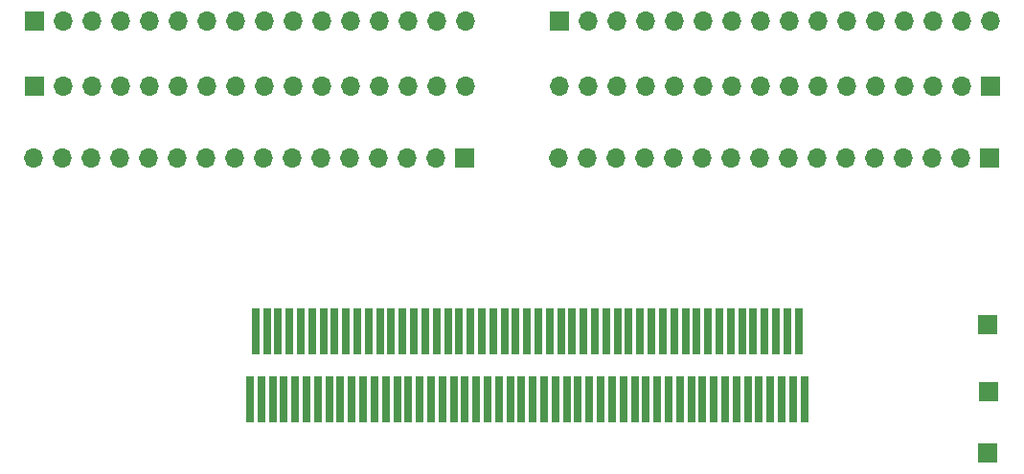
<source format=gts>
G04 #@! TF.FileFunction,Soldermask,Top*
%FSLAX46Y46*%
G04 Gerber Fmt 4.6, Leading zero omitted, Abs format (unit mm)*
G04 Created by KiCad (PCBNEW 4.0.6) date Saturday, April 28, 2018 'AMt' 01:11:43 AM*
%MOMM*%
%LPD*%
G01*
G04 APERTURE LIST*
%ADD10C,0.100000*%
%ADD11R,0.750000X4.040000*%
%ADD12R,1.700000X1.700000*%
%ADD13O,1.700000X1.700000*%
G04 APERTURE END LIST*
D10*
D11*
X122488000Y-83000000D03*
X123488000Y-83000000D03*
X124488000Y-83000000D03*
X125488000Y-83000000D03*
X126488000Y-83000000D03*
X127488000Y-83000000D03*
X128488000Y-83000000D03*
X129488000Y-83000000D03*
X130488000Y-83000000D03*
X131488000Y-83000000D03*
X132488000Y-83000000D03*
X133488000Y-83000000D03*
X134488000Y-83000000D03*
X135488000Y-83000000D03*
X136488000Y-83000000D03*
X137488000Y-83000000D03*
X138488000Y-83000000D03*
X139488000Y-83000000D03*
X140488000Y-83000000D03*
X141488000Y-83000000D03*
X142488000Y-83000000D03*
X143488000Y-83000000D03*
X144488000Y-83000000D03*
X145488000Y-83000000D03*
X146488000Y-83000000D03*
X147488000Y-83000000D03*
X148488000Y-83000000D03*
X149488000Y-83000000D03*
X150488000Y-83000000D03*
X151488000Y-83000000D03*
X152488000Y-83000000D03*
X153488000Y-83000000D03*
X154488000Y-83000000D03*
X155488000Y-83000000D03*
X156488000Y-83000000D03*
X157488000Y-83000000D03*
X158488000Y-83000000D03*
X159488000Y-83000000D03*
X160488000Y-83000000D03*
X161488000Y-83000000D03*
X162488000Y-83000000D03*
X163488000Y-83000000D03*
X164488000Y-83000000D03*
X165488000Y-83000000D03*
X166488000Y-83000000D03*
X167488000Y-83000000D03*
X168488000Y-83000000D03*
X169488000Y-83000000D03*
X170488000Y-83000000D03*
X122000000Y-89000000D03*
X123000000Y-89000000D03*
X124000000Y-89000000D03*
X125000000Y-89000000D03*
X126000000Y-89000000D03*
X127000000Y-89000000D03*
X128000000Y-89000000D03*
X129000000Y-89000000D03*
X130000000Y-89000000D03*
X131000000Y-89000000D03*
X132000000Y-89000000D03*
X133000000Y-89000000D03*
X134000000Y-89000000D03*
X135000000Y-89000000D03*
X136000000Y-89000000D03*
X137000000Y-89000000D03*
X138000000Y-89000000D03*
X139000000Y-89000000D03*
X140000000Y-89000000D03*
X141000000Y-89000000D03*
X142000000Y-89000000D03*
X143000000Y-89000000D03*
X144000000Y-89000000D03*
X145000000Y-89000000D03*
X146000000Y-89000000D03*
X147000000Y-89000000D03*
X148000000Y-89000000D03*
X149000000Y-89000000D03*
X150000000Y-89000000D03*
X151000000Y-89000000D03*
X152000000Y-89000000D03*
X153000000Y-89000000D03*
X154000000Y-89000000D03*
X155000000Y-89000000D03*
X156000000Y-89000000D03*
X157000000Y-89000000D03*
X158000000Y-89000000D03*
X159000000Y-89000000D03*
X160000000Y-89000000D03*
X161000000Y-89000000D03*
X162000000Y-89000000D03*
X163000000Y-89000000D03*
X164000000Y-89000000D03*
X165000000Y-89000000D03*
X166000000Y-89000000D03*
X167000000Y-89000000D03*
X168000000Y-89000000D03*
X169000000Y-89000000D03*
X170000000Y-89000000D03*
X171000000Y-89000000D03*
D12*
X102920000Y-55600000D03*
D13*
X105460000Y-55600000D03*
X108000000Y-55600000D03*
X110540000Y-55600000D03*
X113080000Y-55600000D03*
X115620000Y-55600000D03*
X118160000Y-55600000D03*
X120700000Y-55600000D03*
X123240000Y-55600000D03*
X125780000Y-55600000D03*
X128320000Y-55600000D03*
X130860000Y-55600000D03*
X133400000Y-55600000D03*
X135940000Y-55600000D03*
X138480000Y-55600000D03*
X141020000Y-55600000D03*
D12*
X149310000Y-55600000D03*
D13*
X151850000Y-55600000D03*
X154390000Y-55600000D03*
X156930000Y-55600000D03*
X159470000Y-55600000D03*
X162010000Y-55600000D03*
X164550000Y-55600000D03*
X167090000Y-55600000D03*
X169630000Y-55600000D03*
X172170000Y-55600000D03*
X174710000Y-55600000D03*
X177250000Y-55600000D03*
X179790000Y-55600000D03*
X182330000Y-55600000D03*
X184870000Y-55600000D03*
X187410000Y-55600000D03*
D12*
X187410000Y-61310000D03*
D13*
X184870000Y-61310000D03*
X182330000Y-61310000D03*
X179790000Y-61310000D03*
X177250000Y-61310000D03*
X174710000Y-61310000D03*
X172170000Y-61310000D03*
X169630000Y-61310000D03*
X167090000Y-61310000D03*
X164550000Y-61310000D03*
X162010000Y-61310000D03*
X159470000Y-61310000D03*
X156930000Y-61310000D03*
X154390000Y-61310000D03*
X151850000Y-61310000D03*
X149310000Y-61310000D03*
D12*
X102920000Y-61310280D03*
D13*
X105460000Y-61310280D03*
X108000000Y-61310280D03*
X110540000Y-61310280D03*
X113080000Y-61310280D03*
X115620000Y-61310280D03*
X118160000Y-61310280D03*
X120700000Y-61310280D03*
X123240000Y-61310280D03*
X125780000Y-61310280D03*
X128320000Y-61310280D03*
X130860000Y-61310280D03*
X133400000Y-61310280D03*
X135940000Y-61310280D03*
X138480000Y-61310280D03*
X141020000Y-61310280D03*
D12*
X141010000Y-67657460D03*
D13*
X138470000Y-67657460D03*
X135930000Y-67657460D03*
X133390000Y-67657460D03*
X130850000Y-67657460D03*
X128310000Y-67657460D03*
X125770000Y-67657460D03*
X123230000Y-67657460D03*
X120690000Y-67657460D03*
X118150000Y-67657460D03*
X115610000Y-67657460D03*
X113070000Y-67657460D03*
X110530000Y-67657460D03*
X107990000Y-67657460D03*
X105450000Y-67657460D03*
X102910000Y-67657460D03*
D12*
X187390000Y-67660000D03*
D13*
X184850000Y-67660000D03*
X182310000Y-67660000D03*
X179770000Y-67660000D03*
X177230000Y-67660000D03*
X174690000Y-67660000D03*
X172150000Y-67660000D03*
X169610000Y-67660000D03*
X167070000Y-67660000D03*
X164530000Y-67660000D03*
X161990000Y-67660000D03*
X159450000Y-67660000D03*
X156910000Y-67660000D03*
X154370000Y-67660000D03*
X151830000Y-67660000D03*
X149290000Y-67660000D03*
D12*
X187170000Y-93790000D03*
X187170000Y-82450000D03*
X187270000Y-88340000D03*
M02*

</source>
